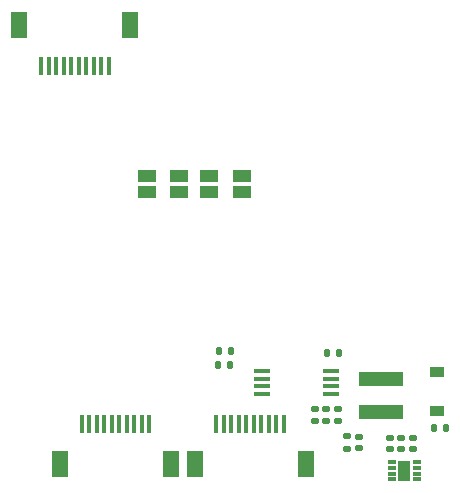
<source format=gbs>
%TF.GenerationSoftware,KiCad,Pcbnew,7.0.2*%
%TF.CreationDate,2023-07-30T22:14:57-04:00*%
%TF.ProjectId,ExternalFaces,45787465-726e-4616-9c46-616365732e6b,rev?*%
%TF.SameCoordinates,Original*%
%TF.FileFunction,Soldermask,Bot*%
%TF.FilePolarity,Negative*%
%FSLAX46Y46*%
G04 Gerber Fmt 4.6, Leading zero omitted, Abs format (unit mm)*
G04 Created by KiCad (PCBNEW 7.0.2) date 2023-07-30 22:14:57*
%MOMM*%
%LPD*%
G01*
G04 APERTURE LIST*
G04 Aperture macros list*
%AMRoundRect*
0 Rectangle with rounded corners*
0 $1 Rounding radius*
0 $2 $3 $4 $5 $6 $7 $8 $9 X,Y pos of 4 corners*
0 Add a 4 corners polygon primitive as box body*
4,1,4,$2,$3,$4,$5,$6,$7,$8,$9,$2,$3,0*
0 Add four circle primitives for the rounded corners*
1,1,$1+$1,$2,$3*
1,1,$1+$1,$4,$5*
1,1,$1+$1,$6,$7*
1,1,$1+$1,$8,$9*
0 Add four rect primitives between the rounded corners*
20,1,$1+$1,$2,$3,$4,$5,0*
20,1,$1+$1,$4,$5,$6,$7,0*
20,1,$1+$1,$6,$7,$8,$9,0*
20,1,$1+$1,$8,$9,$2,$3,0*%
G04 Aperture macros list end*
%ADD10RoundRect,0.135000X-0.185000X0.135000X-0.185000X-0.135000X0.185000X-0.135000X0.185000X0.135000X0*%
%ADD11R,1.500000X1.000000*%
%ADD12R,0.380000X1.520000*%
%ADD13R,1.400000X2.290000*%
%ADD14RoundRect,0.140000X0.140000X0.170000X-0.140000X0.170000X-0.140000X-0.170000X0.140000X-0.170000X0*%
%ADD15RoundRect,0.140000X0.170000X-0.140000X0.170000X0.140000X-0.170000X0.140000X-0.170000X-0.140000X0*%
%ADD16R,0.700000X0.300000*%
%ADD17R,1.000000X1.700000*%
%ADD18RoundRect,0.140000X-0.170000X0.140000X-0.170000X-0.140000X0.170000X-0.140000X0.170000X0.140000X0*%
%ADD19R,1.475000X0.450000*%
%ADD20RoundRect,0.135000X0.135000X0.185000X-0.135000X0.185000X-0.135000X-0.185000X0.135000X-0.185000X0*%
%ADD21RoundRect,0.140000X-0.140000X-0.170000X0.140000X-0.170000X0.140000X0.170000X-0.140000X0.170000X0*%
%ADD22R,3.700000X1.200000*%
%ADD23R,1.200000X0.900000*%
%ADD24RoundRect,0.135000X-0.135000X-0.185000X0.135000X-0.185000X0.135000X0.185000X-0.135000X0.185000X0*%
G04 APERTURE END LIST*
D10*
X139720000Y-110830000D03*
X139720000Y-111850000D03*
D11*
X125450000Y-92400000D03*
X125450000Y-91100000D03*
D12*
X120577500Y-112070000D03*
X119942500Y-112070000D03*
X121847500Y-112070000D03*
X121212500Y-112070000D03*
X123117500Y-112070000D03*
X122482500Y-112070000D03*
X124387500Y-112070000D03*
X123752500Y-112070000D03*
X125657500Y-112070000D03*
X125022500Y-112070000D03*
D13*
X127510000Y-115500000D03*
X118090000Y-115500000D03*
D14*
X132480000Y-107100000D03*
X131520000Y-107100000D03*
D15*
X147000000Y-114180000D03*
X147000000Y-113220000D03*
D16*
X148300000Y-115270000D03*
X148300000Y-115770000D03*
X148300000Y-116270000D03*
X148300000Y-116770000D03*
X146200000Y-116770000D03*
X146200000Y-116270000D03*
X146200000Y-115770000D03*
X146200000Y-115270000D03*
D17*
X147250000Y-116020000D03*
D18*
X140660000Y-110830000D03*
X140660000Y-111790000D03*
D19*
X141088000Y-107595000D03*
X141088000Y-108245000D03*
X141088000Y-108895000D03*
X141088000Y-109545000D03*
X135212000Y-109545000D03*
X135212000Y-108895000D03*
X135212000Y-108245000D03*
X135212000Y-107595000D03*
D20*
X132570000Y-105920000D03*
X131550000Y-105920000D03*
D12*
X131977500Y-112070000D03*
X131342500Y-112070000D03*
X133247500Y-112070000D03*
X132612500Y-112070000D03*
X134517500Y-112070000D03*
X133882500Y-112070000D03*
X135787500Y-112070000D03*
X135152500Y-112070000D03*
X137057500Y-112070000D03*
X136422500Y-112070000D03*
D13*
X138910000Y-115500000D03*
X129490000Y-115500000D03*
D10*
X142392000Y-113130000D03*
X142392000Y-114150000D03*
D21*
X149800000Y-112400000D03*
X150760000Y-112400000D03*
D11*
X133550000Y-92400000D03*
X133550000Y-91100000D03*
D15*
X146000000Y-114180000D03*
X146000000Y-113220000D03*
D18*
X143430000Y-113180000D03*
X143430000Y-114140000D03*
D11*
X130750000Y-92400000D03*
X130750000Y-91100000D03*
D22*
X145310000Y-108230000D03*
X145310000Y-111030000D03*
D11*
X128150000Y-92400000D03*
X128150000Y-91100000D03*
D18*
X141650000Y-110830000D03*
X141650000Y-111790000D03*
X148000000Y-113232500D03*
X148000000Y-114192500D03*
D23*
X150020000Y-107650000D03*
X150020000Y-110950000D03*
D24*
X140690000Y-106100000D03*
X141710000Y-106100000D03*
D12*
X121582500Y-81730000D03*
X122217500Y-81730000D03*
X120312500Y-81730000D03*
X120947500Y-81730000D03*
X119042500Y-81730000D03*
X119677500Y-81730000D03*
X117772500Y-81730000D03*
X118407500Y-81730000D03*
X116502500Y-81730000D03*
X117137500Y-81730000D03*
D13*
X114650000Y-78300000D03*
X124070000Y-78300000D03*
M02*

</source>
